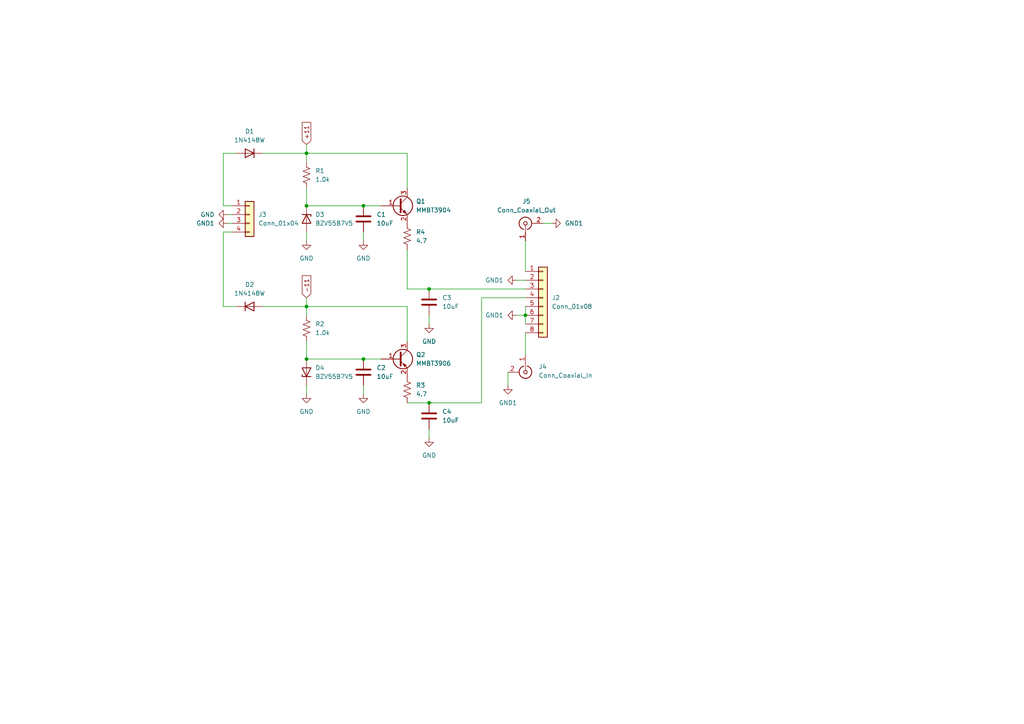
<source format=kicad_sch>
(kicad_sch (version 20230121) (generator eeschema)
  (paper "A4")
  (lib_symbols
    (symbol "Connector:Conn_Coaxial" (pin_names (offset 1.016) hide)
      (property "Reference" "J" (at 0.254 3.048 0))
      (property "Value" "Conn_Coaxial" (at 2.921 0 90))
      (symbol "Conn_Coaxial_0_1"
        (arc (start -1.778 -0.508) (mid 0.2311 -1.8066) (end 1.778 0) (stroke (width 0.254)))
        (polyline (pts (xy -2.54 0) (xy -0.508 0)))
        (polyline (pts (xy 0 -2.54) (xy 0 -1.778)))
        (circle (center 0 0) (radius 0.508) (stroke (width 0.2032)))
        (arc (start 1.778 0) (mid 0.2099 1.8101) (end -1.778 0.508) (stroke (width 0.254)))
      )
      (symbol "Conn_Coaxial_1_1"
        (pin passive line (at -5.08 0 0) (length 2.54) (name "In") (number "1"))
        (pin passive line (at 0 -5.08 90) (length 2.54) (name "Ext") (number "2"))
      )
    )
    (symbol "Connector_Generic:Conn_01x04" (pin_names (offset 1.016) hide)
      (property "Reference" "J" (at 0 5.08 0))
      (property "Value" "Conn_01x04" (at 0 -7.62 0))
      (symbol "Conn_01x04_1_1"
        (rectangle (start -1.27 -4.953) (end 0 -5.207) (stroke (width 0.1524)))
        (rectangle (start -1.27 -2.413) (end 0 -2.667) (stroke (width 0.1524)))
        (rectangle (start -1.27 0.127) (end 0 -0.127) (stroke (width 0.1524)))
        (rectangle (start -1.27 2.667) (end 0 2.413) (stroke (width 0.1524)))
        (rectangle (start -1.27 3.81) (end 1.27 -6.35) (stroke (width 0.254)) (fill (type background)))
        (pin passive line (at -5.08 2.54 0) (length 3.81) (name "Pin_1") (number "1"))
        (pin passive line (at -5.08 0 0) (length 3.81) (name "Pin_2") (number "2"))
        (pin passive line (at -5.08 -2.54 0) (length 3.81) (name "Pin_3") (number "3"))
        (pin passive line (at -5.08 -5.08 0) (length 3.81) (name "Pin_4") (number "4"))
      )
    )
    (symbol "Connector_Generic:Conn_01x08" (pin_names (offset 1.016) hide)
      (property "Reference" "J2" (at 2.54 0 0))
      (property "Value" "Conn_01x08" (at 2.54 -2.54 0))
      (symbol "Conn_01x08_1_1"
        (rectangle (start -1.27 -10.033) (end 0 -10.287) (stroke (width 0.1524)))
        (rectangle (start -1.27 -7.493) (end 0 -7.747) (stroke (width 0.1524)))
        (rectangle (start -1.27 -4.953) (end 0 -5.207) (stroke (width 0.1524)))
        (rectangle (start -1.27 -2.413) (end 0 -2.667) (stroke (width 0.1524)))
        (rectangle (start -1.27 0.127) (end 0 -0.127) (stroke (width 0.1524)))
        (rectangle (start -1.27 2.667) (end 0 2.413) (stroke (width 0.1524)))
        (rectangle (start -1.27 5.207) (end 0 4.953) (stroke (width 0.1524)))
        (rectangle (start -1.27 7.747) (end 0 7.493) (stroke (width 0.1524)))
        (rectangle (start -1.27 8.89) (end 1.27 -11.43) (stroke (width 0.254)) (fill (type background)))
        (pin output line (at -5.08 7.62 0) (length 3.81) (name "Output") (number "1"))
        (pin passive line (at -5.08 5.08 0) (length 3.81) (name "GND") (number "2"))
        (pin power_in line (at -5.08 2.54 0) (length 3.81) (name "Pin_3") (number "3"))
        (pin power_in line (at -5.08 0 0) (length 3.81) (name "Pin_4") (number "4"))
        (pin passive line (at -5.08 -2.54 0) (length 3.81) (name "Pin_5") (number "5"))
        (pin passive line (at -5.08 -5.08 0) (length 3.81) (name "Pin_6") (number "6"))
        (pin passive line (at -5.08 -7.62 0) (length 3.81) (name "Pin_7") (number "7"))
        (pin input line (at -5.08 -10.16 0) (length 3.81) (name "Input") (number "8"))
      )
    )
    (symbol "Device:C" (pin_numbers hide) (pin_names (offset 0.254))
      (property "Reference" "C" (at 0.635 2.54 0))
      (property "Value" "C" (at 0.635 -2.54 0))
      (symbol "C_0_1"
        (polyline (pts (xy -2.032 -0.762) (xy 2.032 -0.762)) (stroke (width 0.508)))
        (polyline (pts (xy -2.032 0.762) (xy 2.032 0.762)) (stroke (width 0.508)))
      )
      (symbol "C_1_1"
        (pin passive line (at 0 3.81 270) (length 2.794) (name "~") (number "1"))
        (pin passive line (at 0 -3.81 90) (length 2.794) (name "~") (number "2"))
      )
    )
    (symbol "Device:R_US" (pin_numbers hide) (pin_names (offset 0))
      (property "Reference" "R" (at 2.54 0 90))
      (property "Value" "R_US" (at -2.54 0 90))
      (symbol "R_US_0_1"
        (polyline (pts (xy 0 -2.286) (xy 0 -2.54)))
        (polyline (pts (xy 0 2.286) (xy 0 2.54)))
        (polyline (pts (xy 0 -0.762) (xy 1.016 -1.143) (xy 0 -1.524) (xy -1.016 -1.905) (xy 0 -2.286)))
        (polyline (pts (xy 0 0.762) (xy 1.016 0.381) (xy 0 0) (xy -1.016 -0.381) (xy 0 -0.762)))
        (polyline (pts (xy 0 2.286) (xy 1.016 1.905) (xy 0 1.524) (xy -1.016 1.143) (xy 0 0.762)))
      )
      (symbol "R_US_1_1"
        (pin passive line (at 0 3.81 270) (length 1.27) (name "~") (number "1"))
        (pin passive line (at 0 -3.81 90) (length 1.27) (name "~") (number "2"))
      )
    )
    (symbol "Diode:1N4148W" (pin_numbers hide) (pin_names hide)
      (property "Reference" "D" (at 0 2.54 0))
      (property "Value" "1N4148W" (at 0 -2.54 0))
      (symbol "1N4148W_0_1"
        (polyline (pts (xy -1.27 1.27) (xy -1.27 -1.27)) (stroke (width 0.254)))
        (polyline (pts (xy 1.27 0) (xy -1.27 0)))
        (polyline (pts (xy 1.27 1.27) (xy 1.27 -1.27) (xy -1.27 0) (xy 1.27 1.27)) (stroke (width 0.254)))
      )
      (symbol "1N4148W_1_1"
        (pin passive line (at -3.81 0 0) (length 2.54) (name "K") (number "1"))
        (pin passive line (at 3.81 0 180) (length 2.54) (name "A") (number "2"))
      )
    )
    (symbol "Diode:BZV55B7V5" (pin_numbers hide) (pin_names hide)
      (property "Reference" "D" (at 0 2.54 0))
      (property "Value" "BZV55B7V5" (at 0 -2.54 0))
      (symbol "BZV55B7V5_0_1"
        (polyline (pts (xy 1.27 0) (xy -1.27 0)))
        (polyline (pts (xy -1.27 -1.27) (xy -1.27 1.27) (xy -0.762 1.27)) (stroke (width 0.254)))
        (polyline (pts (xy 1.27 -1.27) (xy 1.27 1.27) (xy -1.27 0) (xy 1.27 -1.27)) (stroke (width 0.254)))
      )
      (symbol "BZV55B7V5_1_1"
        (pin passive line (at -3.81 0 0) (length 2.54) (name "K") (number "1"))
        (pin passive line (at 3.81 0 180) (length 2.54) (name "A") (number "2"))
      )
    )
    (symbol "Transistor_BJT:MMBT3904" (pin_names (offset 0) hide)
      (property "Reference" "Q" (at 5.08 1.905 0))
      (property "Value" "MMBT3904" (at 5.08 0 0))
      (symbol "MMBT3904_0_1"
        (polyline (pts (xy 0.635 0.635) (xy 2.54 2.54)))
        (polyline (pts (xy 0.635 -0.635) (xy 2.54 -2.54) (xy 2.54 -2.54)))
        (polyline (pts (xy 0.635 1.905) (xy 0.635 -1.905) (xy 0.635 -1.905)) (stroke (width 0.508)))
        (polyline (pts (xy 1.27 -1.778) (xy 1.778 -1.27) (xy 2.286 -2.286) (xy 1.27 -1.778) (xy 1.27 -1.778)) (fill (type outline)))
        (circle (center 1.27 0) (radius 2.8194) (stroke (width 0.254)))
      )
      (symbol "MMBT3904_1_1"
        (pin input line (at -5.08 0 0) (length 5.715) (name "B") (number "1"))
        (pin passive line (at 2.54 -5.08 90) (length 2.54) (name "E") (number "2"))
        (pin passive line (at 2.54 5.08 270) (length 2.54) (name "C") (number "3"))
      )
    )
    (symbol "Transistor_BJT:MMBT3906" (pin_names (offset 0) hide)
      (property "Reference" "Q" (at 5.08 1.905 0))
      (property "Value" "MMBT3906" (at 5.08 0 0))
      (symbol "MMBT3906_0_1"
        (polyline (pts (xy 0.635 0.635) (xy 2.54 2.54)))
        (polyline (pts (xy 0.635 -0.635) (xy 2.54 -2.54) (xy 2.54 -2.54)))
        (polyline (pts (xy 0.635 1.905) (xy 0.635 -1.905) (xy 0.635 -1.905)) (stroke (width 0.508)))
        (polyline (pts (xy 2.286 -1.778) (xy 1.778 -2.286) (xy 1.27 -1.27) (xy 2.286 -1.778) (xy 2.286 -1.778)) (fill (type outline)))
        (circle (center 1.27 0) (radius 2.8194) (stroke (width 0.254)))
      )
      (symbol "MMBT3906_1_1"
        (pin input line (at -5.08 0 0) (length 5.715) (name "B") (number "1"))
        (pin passive line (at 2.54 -5.08 90) (length 2.54) (name "E") (number "2"))
        (pin passive line (at 2.54 5.08 270) (length 2.54) (name "C") (number "3"))
      )
    )
    (symbol "power:GND" (power) (pin_names (offset 0))
      (property "Value" "GND" (at 0 -3.81 0))
      (symbol "GND_0_1"
        (polyline (pts (xy 0 0) (xy 0 -1.27) (xy 1.27 -1.27) (xy 0 -2.54) (xy -1.27 -1.27) (xy 0 -1.27)))
      )
      (symbol "GND_1_1"
        (pin power_in line (at 0 0 270) (length 0) hide (name "GND") (number "1"))
      )
    )
    (symbol "power:GND1" (power) (pin_names (offset 0))
      (property "Value" "GND1" (at 0 -3.81 0))
      (symbol "GND1_0_1"
        (polyline (pts (xy 0 0) (xy 0 -1.27) (xy 1.27 -1.27) (xy 0 -2.54) (xy -1.27 -1.27) (xy 0 -1.27)))
      )
      (symbol "GND1_1_1"
        (pin power_in line (at 0 0 270) (length 0) hide (name "GND1") (number "1"))
      )
    )
  )
  (junction (at 88.9 88.9))
  (junction (at 88.9 44.45))
  (junction (at 105.41 104.14))
  (junction (at 88.9 104.14))
  (junction (at 105.41 59.69))
  (junction (at 88.9 59.69))
  (junction (at 124.46 83.82))
  (junction (at 124.46 116.84))
  (junction (at 152.4 91.44))
  (wire (pts (xy 152.4 96.52) (xy 152.4 102.87)))
  (wire (pts (xy 118.11 83.82) (xy 124.46 83.82)))
  (wire (pts (xy 118.11 72.39) (xy 118.11 83.82)))
  (wire (pts (xy 88.9 99.06) (xy 88.9 104.14)))
  (wire (pts (xy 88.9 46.99) (xy 88.9 44.45)))
  (wire (pts (xy 152.4 88.9) (xy 152.4 91.44)))
  (wire (pts (xy 64.77 59.69) (xy 67.31 59.69)))
  (wire (pts (xy 66.04 64.77) (xy 67.31 64.77)))
  (wire (pts (xy 124.46 127) (xy 124.46 124.46)))
  (wire (pts (xy 66.04 62.23) (xy 67.31 62.23)))
  (wire (pts (xy 147.32 107.95) (xy 147.32 111.76)))
  (wire (pts (xy 88.9 88.9) (xy 88.9 91.44)))
  (wire (pts (xy 152.4 69.85) (xy 152.4 78.74)))
  (wire (pts (xy 139.7 86.36) (xy 152.4 86.36)))
  (wire (pts (xy 124.46 83.82) (xy 152.4 83.82)))
  (wire (pts (xy 64.77 88.9) (xy 64.77 67.31)))
  (wire (pts (xy 88.9 54.61) (xy 88.9 59.69)))
  (wire (pts (xy 157.48 64.77) (xy 160.02 64.77)))
  (wire (pts (xy 118.11 116.84) (xy 124.46 116.84)))
  (wire (pts (xy 118.11 88.9) (xy 118.11 99.06)))
  (wire (pts (xy 152.4 91.44) (xy 152.4 93.98)))
  (wire (pts (xy 64.77 44.45) (xy 64.77 59.69)))
  (wire (pts (xy 105.41 59.69) (xy 110.49 59.69)))
  (wire (pts (xy 88.9 59.69) (xy 105.41 59.69)))
  (wire (pts (xy 64.77 44.45) (xy 68.58 44.45)))
  (wire (pts (xy 88.9 88.9) (xy 118.11 88.9)))
  (wire (pts (xy 118.11 54.61) (xy 118.11 44.45)))
  (wire (pts (xy 88.9 114.3) (xy 88.9 111.76)))
  (wire (pts (xy 76.2 44.45) (xy 88.9 44.45)))
  (wire (pts (xy 68.58 88.9) (xy 64.77 88.9)))
  (wire (pts (xy 118.11 44.45) (xy 88.9 44.45)))
  (wire (pts (xy 105.41 104.14) (xy 110.49 104.14)))
  (wire (pts (xy 105.41 114.3) (xy 105.41 111.76)))
  (wire (pts (xy 105.41 69.85) (xy 105.41 67.31)))
  (wire (pts (xy 149.86 91.44) (xy 152.4 91.44)))
  (wire (pts (xy 124.46 116.84) (xy 139.7 116.84)))
  (wire (pts (xy 88.9 104.14) (xy 105.41 104.14)))
  (wire (pts (xy 88.9 69.85) (xy 88.9 67.31)))
  (wire (pts (xy 88.9 44.45) (xy 88.9 41.91)))
  (wire (pts (xy 124.46 93.98) (xy 124.46 91.44)))
  (wire (pts (xy 76.2 88.9) (xy 88.9 88.9)))
  (wire (pts (xy 139.7 116.84) (xy 139.7 86.36)))
  (wire (pts (xy 64.77 67.31) (xy 67.31 67.31)))
  (wire (pts (xy 149.86 81.28) (xy 152.4 81.28)))
  (wire (pts (xy 88.9 86.36) (xy 88.9 88.9)))
  (global_label "-11" (shape input) (at 88.9 86.36 90) (property "Intersheetrefs" "${INTERSHEET_REFS}" (effects hide)))
  (global_label "+11" (shape input) (at 88.9 41.91 90) (property "Intersheetrefs" "${INTERSHEET_REFS}" (effects hide)))
  (symbol (lib_id "Connector:Conn_Coaxial") (at 152.4 107.95 270) (unit 1)
    (property "Reference" "J4" (at 156.21 106.3625 90) (effects (justify left)))
    (property "Value" "Conn_Coaxial_In" (at 156.21 108.9025 90) (effects (justify left)))
    (property "Footprint" "Connector_Coaxial:SMA_Amphenol_901-144_Vertical" (effects hide))
    (property "Datasheet" " ~" (effects hide))
  )
  (symbol (lib_id "power:GND") (at 66.04 62.23 270) (unit 1)
    (property "Reference" "#PWR05" (effects hide))
    (property "Value" "GND" (at 62.23 62.23 90) (effects (justify right)))
  )
  (symbol (lib_id "Transistor_BJT:MMBT3906") (at 115.57 104.14 0) (unit 1)
    (property "Reference" "Q2" (at 120.65 102.87 0) (effects (justify left)))
    (property "Value" "MMBT3906" (at 120.65 105.41 0) (effects (justify left)))
    (property "Footprint" "Package_TO_SOT_SMD:SOT-23" (effects hide))
    (property "Datasheet" "https://www.onsemi.com/pub/Collateral/2N3906-D.PDF" (effects hide))
  )
  (symbol (lib_id "power:GND") (at 105.41 69.85 0) (unit 1)
    (property "Reference" "#PWR02" (effects hide))
    (property "Value" "GND" (at 105.41 74.93 0))
  )
  (symbol (lib_id "Device:R_US") (at 118.11 113.03 0) (unit 1)
    (property "Reference" "R3" (at 120.65 111.76 0) (effects (justify left)))
    (property "Value" "4.7" (at 120.65 114.3 0) (effects (justify left)))
    (property "Footprint" "Resistor_SMD:R_1206_3216Metric_Pad1.30x1.75mm_HandSolder" (effects hide))
  )
  (symbol (lib_id "Device:R_US") (at 88.9 95.25 0) (unit 1)
    (property "Reference" "R2" (at 91.44 93.98 0) (effects (justify left)))
    (property "Value" "1.0k" (at 91.44 96.52 0) (effects (justify left)))
    (property "Footprint" "Resistor_SMD:R_1206_3216Metric_Pad1.30x1.75mm_HandSolder" (effects hide))
  )
  (symbol (lib_id "power:GND") (at 88.9 114.3 0) (unit 1)
    (property "Reference" "#PWR04" (effects hide))
    (property "Value" "GND" (at 88.9 119.38 0))
  )
  (symbol (lib_id "power:GND") (at 105.41 114.3 0) (unit 1)
    (property "Reference" "#PWR03" (effects hide))
    (property "Value" "GND" (at 105.41 119.38 0))
  )
  (symbol (lib_id "Connector_Generic:Conn_01x08") (at 157.48 86.36 0) (unit 1)
    (property "Reference" "J2" (at 160.02 86.36 0) (effects (justify left)))
    (property "Value" "Conn_01x08" (at 160.02 88.9 0) (effects (justify left)))
    (property "Footprint" "Connector_PinSocket_2.54mm:PinSocket_1x08_P2.54mm_Vertical" (effects hide))
  )
  (symbol (lib_id "Device:C") (at 105.41 63.5 0) (unit 1)
    (property "Reference" "C1" (at 109.22 62.23 0) (effects (justify left)))
    (property "Value" "10uF" (at 109.22 64.77 0) (effects (justify left)))
    (property "Footprint" "Capacitor_SMD:C_1206_3216Metric_Pad1.33x1.80mm_HandSolder" (effects hide))
    (property "Datasheet" "  (symbol \"Diode:BZV55B7V5\" (pin_numbers hide) (pin_names hide) (in_bom yes) (on_board yes)" (effects hide))
  )
  (symbol (lib_id "power:GND") (at 124.46 93.98 0) (unit 1)
    (property "Reference" "#PWR011" (effects hide))
    (property "Value" "GND" (at 124.46 99.06 0))
  )
  (symbol (lib_id "Device:C") (at 124.46 87.63 0) (unit 1)
    (property "Reference" "C3" (at 128.27 86.36 0) (effects (justify left)))
    (property "Value" "10uF" (at 128.27 88.9 0) (effects (justify left)))
    (property "Footprint" "Capacitor_SMD:C_1206_3216Metric_Pad1.33x1.80mm_HandSolder" (effects hide))
    (property "Datasheet" "  (symbol \"Diode:BZV55B7V5\" (pin_numbers hide) (pin_names hide) (in_bom yes) (on_board yes)" (effects hide))
  )
  (symbol (lib_id "power:GND1") (at 149.86 91.44 270) (unit 1)
    (property "Reference" "#PWR07" (effects hide))
    (property "Value" "GND1" (at 146.05 91.44 90) (effects (justify right)))
  )
  (symbol (lib_id "Connector_Generic:Conn_01x04") (at 72.39 62.23 0) (unit 1)
    (property "Reference" "J3" (at 74.93 62.23 0) (effects (justify left)))
    (property "Value" "Conn_01x04" (at 74.93 64.77 0) (effects (justify left)))
    (property "Footprint" "Connector_PinSocket_2.54mm:PinSocket_1x04_P2.54mm_Vertical" (effects hide))
  )
  (symbol (lib_id "Device:R_US") (at 88.9 50.8 0) (unit 1)
    (property "Reference" "R1" (at 91.44 49.53 0) (effects (justify left)))
    (property "Value" "1.0k" (at 91.44 52.07 0) (effects (justify left)))
    (property "Footprint" "Resistor_SMD:R_1206_3216Metric_Pad1.30x1.75mm_HandSolder" (effects hide))
  )
  (symbol (lib_id "Device:C") (at 105.41 107.95 0) (unit 1)
    (property "Reference" "C2" (at 109.22 106.68 0) (effects (justify left)))
    (property "Value" "10uF" (at 109.22 109.22 0) (effects (justify left)))
    (property "Footprint" "Capacitor_SMD:C_1206_3216Metric_Pad1.33x1.80mm_HandSolder" (effects hide))
    (property "Datasheet" "  (symbol \"Diode:BZV55B7V5\" (pin_numbers hide) (pin_names hide) (in_bom yes) (on_board yes)" (effects hide))
  )
  (symbol (lib_id "power:GND1") (at 66.04 64.77 270) (unit 1)
    (property "Reference" "#PWR010" (effects hide))
    (property "Value" "GND1" (at 62.23 64.77 90) (effects (justify right)))
  )
  (symbol (lib_id "power:GND1") (at 149.86 81.28 270) (unit 1)
    (property "Reference" "#PWR06" (effects hide))
    (property "Value" "GND1" (at 146.05 81.28 90) (effects (justify right)))
  )
  (symbol (lib_id "power:GND1") (at 147.32 111.76 0) (unit 1)
    (property "Reference" "#PWR09" (effects hide))
    (property "Value" "GND1" (at 147.32 116.84 0))
  )
  (symbol (lib_id "power:GND") (at 124.46 127 0) (unit 1)
    (property "Reference" "#PWR012" (effects hide))
    (property "Value" "GND" (at 124.46 132.08 0))
  )
  (symbol (lib_id "Diode:1N4148W") (at 72.39 88.9 0) (unit 1)
    (property "Reference" "D2" (at 72.39 82.55 0))
    (property "Value" "1N4148W" (at 72.39 85.09 0))
    (property "Footprint" "Diode_SMD:D_SOD-123" (effects hide))
    (property "Datasheet" "https://www.vishay.com/docs/85748/1n4148w.pdf" (effects hide))
    (property "Sim.Device" "D" (effects hide))
    (property "Sim.Pins" "1=K 2=A" (effects hide))
  )
  (symbol (lib_id "Device:R_US") (at 118.11 68.58 0) (unit 1)
    (property "Reference" "R4" (at 120.65 67.31 0) (effects (justify left)))
    (property "Value" "4.7" (at 120.65 69.85 0) (effects (justify left)))
    (property "Footprint" "Resistor_SMD:R_1206_3216Metric_Pad1.30x1.75mm_HandSolder" (effects hide))
  )
  (symbol (lib_id "Diode:1N4148W") (at 72.39 44.45 180) (unit 1)
    (property "Reference" "D1" (at 72.39 38.1 0))
    (property "Value" "1N4148W" (at 72.39 40.64 0))
    (property "Footprint" "Diode_SMD:D_SOD-123" (effects hide))
    (property "Datasheet" "https://www.vishay.com/docs/85748/1n4148w.pdf" (effects hide))
    (property "Sim.Device" "D" (effects hide))
    (property "Sim.Pins" "1=K 2=A" (effects hide))
  )
  (symbol (lib_id "power:GND1") (at 160.02 64.77 90) (unit 1)
    (property "Reference" "#PWR08" (effects hide))
    (property "Value" "GND1" (at 163.83 64.77 90) (effects (justify right)))
  )
  (symbol (lib_id "Connector:Conn_Coaxial") (at 152.4 64.77 90) (unit 1)
    (property "Reference" "J5" (at 152.6932 58.42 90))
    (property "Value" "Conn_Coaxial_Out" (at 152.6932 60.96 90))
    (property "Footprint" "Connector_Coaxial:SMA_Amphenol_901-144_Vertical" (effects hide))
    (property "Datasheet" " ~" (effects hide))
  )
  (symbol (lib_id "Transistor_BJT:MMBT3904") (at 115.57 59.69 0) (unit 1)
    (property "Reference" "Q1" (at 120.65 58.42 0) (effects (justify left)))
    (property "Value" "MMBT3904" (at 120.65 60.96 0) (effects (justify left)))
    (property "Footprint" "Package_TO_SOT_SMD:SOT-23" (effects hide))
    (property "Datasheet" "https://www.onsemi.com/pub/Collateral/2N3903-D.PDF" (effects hide))
  )
  (symbol (lib_id "Device:C") (at 124.46 120.65 0) (unit 1)
    (property "Reference" "C4" (at 128.27 119.38 0) (effects (justify left)))
    (property "Value" "10uF" (at 128.27 121.92 0) (effects (justify left)))
    (property "Footprint" "Capacitor_SMD:C_1206_3216Metric_Pad1.33x1.80mm_HandSolder" (effects hide))
    (property "Datasheet" "  (symbol \"Diode:BZV55B7V5\" (pin_numbers hide) (pin_names hide) (in_bom yes) (on_board yes)" (effects hide))
  )
  (symbol (lib_id "Diode:BZV55B7V5") (at 88.9 107.95 90) (unit 1)
    (property "Reference" "D4" (at 91.44 106.68 90) (effects (justify right)))
    (property "Value" "BZV55B7V5" (at 91.44 109.22 90) (effects (justify right)))
    (property "Footprint" "Diode_SMD:D_MiniMELF" (effects hide))
    (property "Datasheet" "https://assets.nexperia.com/documents/data-sheet/BZV55_SER.pdf" (effects hide))
  )
  (symbol (lib_id "Diode:BZV55B7V5") (at 88.9 63.5 270) (unit 1)
    (property "Reference" "D3" (at 91.44 62.23 90) (effects (justify left)))
    (property "Value" "BZV55B7V5" (at 91.44 64.77 90) (effects (justify left)))
    (property "Footprint" "Diode_SMD:D_MiniMELF" (effects hide))
    (property "Datasheet" "https://assets.nexperia.com/documents/data-sheet/BZV55_SER.pdf" (effects hide))
  )
  (symbol (lib_id "power:GND") (at 88.9 69.85 0) (unit 1)
    (property "Reference" "#PWR01" (effects hide))
    (property "Value" "GND" (at 88.9 74.93 0))
  )
)
</source>
